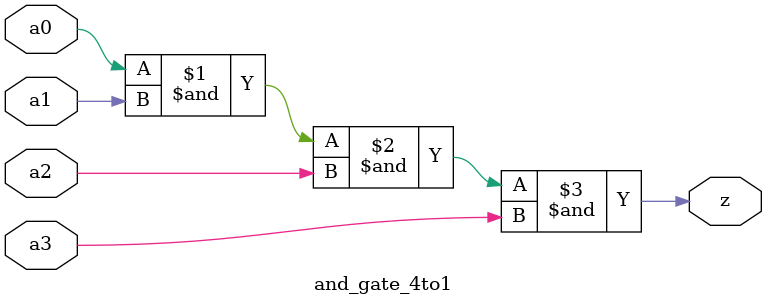
<source format=v>
module and_gate_4to1(a0, a1, a2, a3, z);
    input wire a0, a1, a2, a3;
    output wire z;

    assign z = (a0 & a1 & a2 & a3);
endmodule
</source>
